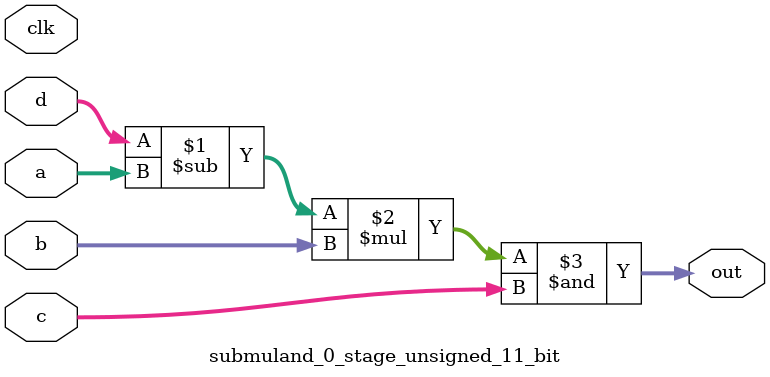
<source format=sv>
(* use_dsp = "yes" *) module submuland_0_stage_unsigned_11_bit(
	input  [10:0] a,
	input  [10:0] b,
	input  [10:0] c,
	input  [10:0] d,
	output [10:0] out,
	input clk);

	assign out = ((d - a) * b) & c;
endmodule

</source>
